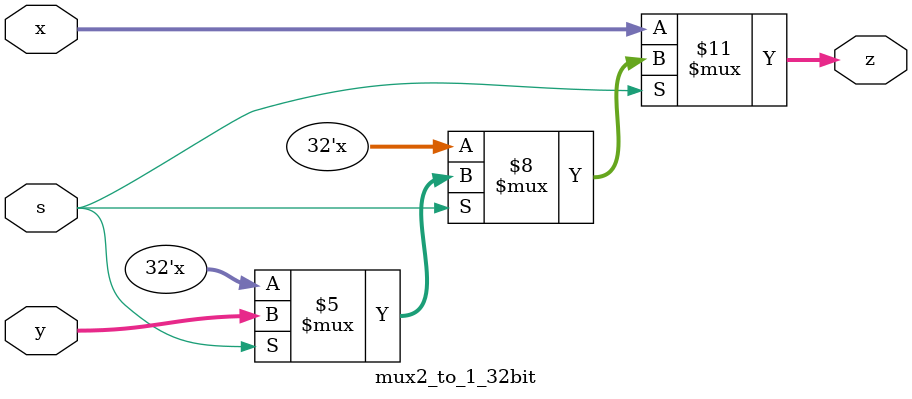
<source format=v>
module mux2_to_1_32bit(x,y,s,z); // initialize the mux module
input  [31:0] x,y; // inputs to the mux
input s; // select signal
output reg [31:0] z; // output of the mux

always @(x or y or s) begin
  if(s == 1'b0) begin
    z = x;
  end

  else if(s == 1'b1) begin
    z = y;
  end

  else begin
    z = 32'bz; // if unknown or high impedance then set to high impedance
  end
end
endmodule

</source>
